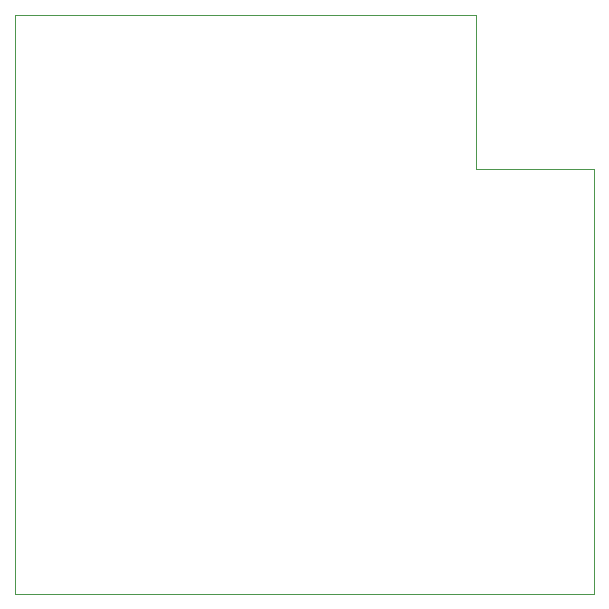
<source format=gbr>
G04 #@! TF.FileFunction,Profile,NP*
%FSLAX46Y46*%
G04 Gerber Fmt 4.6, Leading zero omitted, Abs format (unit mm)*
G04 Created by KiCad (PCBNEW (after 2015-mar-04 BZR unknown)-product) date 11/20/2015 3:30:05 PM*
%MOMM*%
G01*
G04 APERTURE LIST*
%ADD10C,0.150000*%
%ADD11C,0.100000*%
G04 APERTURE END LIST*
D10*
D11*
X0Y-49000000D02*
X49000000Y-49000000D01*
X0Y0D02*
X39000000Y0D01*
X49000000Y-13000000D02*
X49000000Y-49000000D01*
X39000000Y-13000000D02*
X49000000Y-13000000D01*
X39000000Y0D02*
X39000000Y-13000000D01*
X0Y-49000000D02*
X0Y0D01*
M02*

</source>
